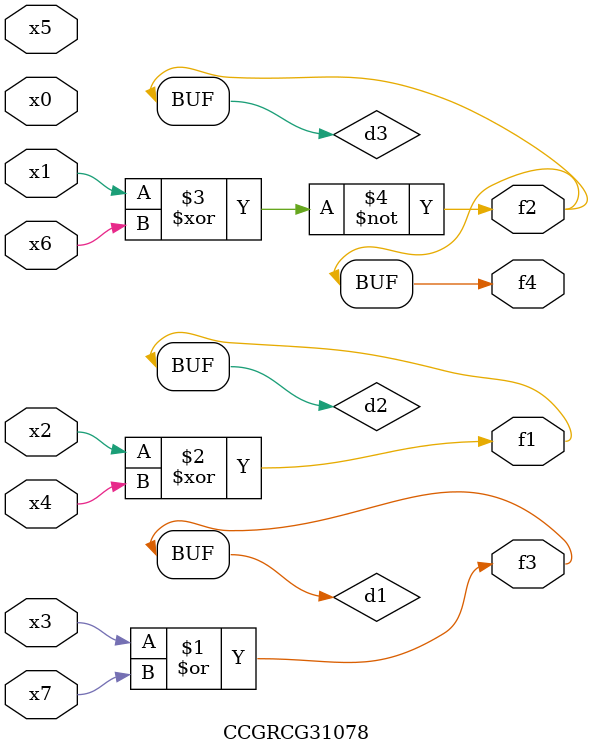
<source format=v>
module CCGRCG31078(
	input x0, x1, x2, x3, x4, x5, x6, x7,
	output f1, f2, f3, f4
);

	wire d1, d2, d3;

	or (d1, x3, x7);
	xor (d2, x2, x4);
	xnor (d3, x1, x6);
	assign f1 = d2;
	assign f2 = d3;
	assign f3 = d1;
	assign f4 = d3;
endmodule

</source>
